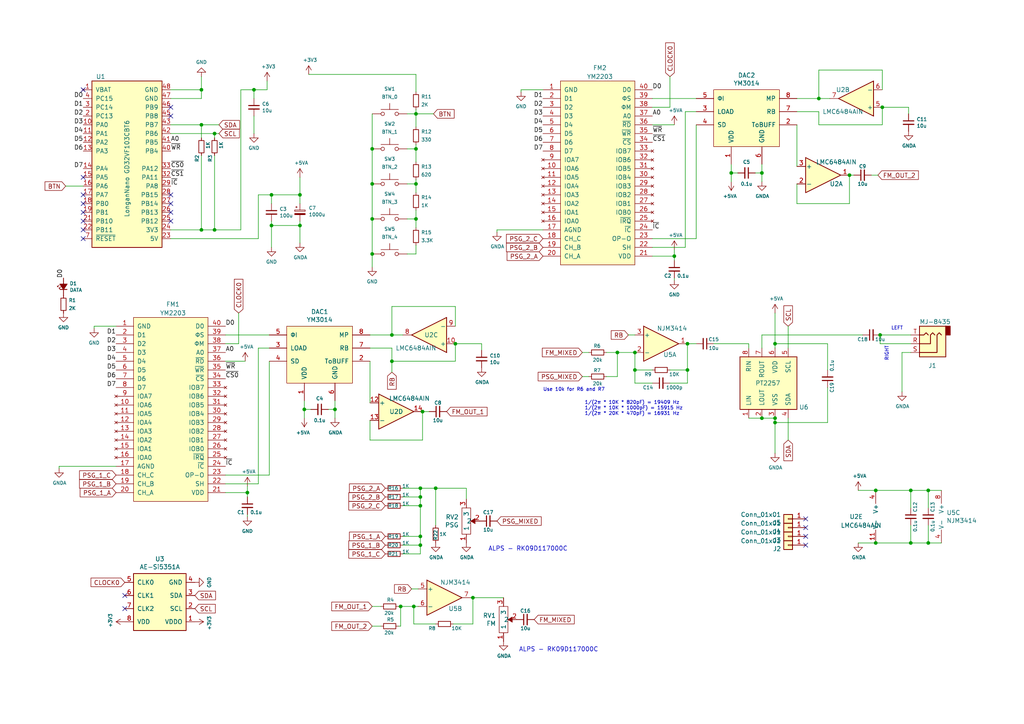
<source format=kicad_sch>
(kicad_sch (version 20230121) (generator eeschema)
  (paper "A4")
  (title_block (title "NanoDrive Dual YM2203") (company "Chimmido"))
  (junction (at 121.92 144.145))
  (junction (at 62.23 38.735))
  (junction (at 137.16 173.355))
  (junction (at 269.24 157.48))
  (junction (at 254 142.24))
  (junction (at 199.39 107.315))
  (junction (at 78.74 56.515))
  (junction (at 58.42 26.035))
  (junction (at 255.905 31.115))
  (junction (at 107.95 43.18))
  (junction (at 58.42 66.675))
  (junction (at 107.95 63.5))
  (junction (at 88.265 118.745))
  (junction (at 132.08 99.695))
  (junction (at 121.92 155.575))
  (junction (at 120.65 53.34))
  (junction (at 86.995 56.515))
  (junction (at 212.09 50.165))
  (junction (at 224.79 122.555))
  (junction (at 78.74 65.405))
  (junction (at 184.15 107.315))
  (junction (at 126.365 141.605))
  (junction (at 255.27 97.155))
  (junction (at 195.58 74.295))
  (junction (at 120.65 33.02))
  (junction (at 179.07 102.235))
  (junction (at 73.66 26.035))
  (junction (at 62.23 66.675))
  (junction (at 107.95 73.66))
  (junction (at 120.65 63.5))
  (junction (at 199.39 99.695))
  (junction (at 122.555 119.38))
  (junction (at 237.49 28.575))
  (junction (at 120.015 175.895))
  (junction (at 254 157.48))
  (junction (at 264.16 142.24))
  (junction (at 113.665 97.155))
  (junction (at 220.98 50.165))
  (junction (at 107.95 53.34))
  (junction (at 220.98 121.285))
  (junction (at 116.205 175.895))
  (junction (at 246.38 50.8))
  (junction (at 71.755 142.875))
  (junction (at 86.995 65.405))
  (junction (at 121.92 146.685))
  (junction (at 184.15 102.235))
  (junction (at 97.155 118.745))
  (junction (at 121.92 141.605))
  (junction (at 264.16 157.48))
  (junction (at 113.665 104.775))
  (junction (at 121.92 158.115))
  (junction (at 224.79 121.285))
  (junction (at 58.42 36.195))
  (junction (at 120.65 43.18))
  (junction (at 224.79 99.695))
  (junction (at 269.24 142.24))
  (no_connect (at 233.68 153.035))
  (no_connect (at 24.13 69.215))
  (no_connect (at 24.13 66.675))
  (no_connect (at 49.53 31.115))
  (no_connect (at 24.13 61.595))
  (no_connect (at 24.13 51.435))
  (no_connect (at 36.195 172.72))
  (no_connect (at 233.68 150.495))
  (no_connect (at 24.13 64.135))
  (no_connect (at 24.13 56.515))
  (no_connect (at 24.13 59.055))
  (no_connect (at 49.53 61.595))
  (no_connect (at 233.68 158.115))
  (no_connect (at 24.13 26.035))
  (no_connect (at 49.53 56.515))
  (no_connect (at 233.68 155.575))
  (no_connect (at 36.195 176.53))
  (no_connect (at 49.53 59.055))
  (no_connect (at 49.53 33.655))
  (no_connect (at 49.53 64.135))
  (wire (pts (xy 58.42 45.085) (xy 58.42 66.675)))
  (wire (pts (xy 264.16 102.235) (xy 261.62 102.235)))
  (wire (pts (xy 73.66 33.655) (xy 73.66 38.735)))
  (wire (pts (xy 120.015 180.975) (xy 120.015 175.895)))
  (wire (pts (xy 224.79 122.555) (xy 224.79 131.445)))
  (wire (pts (xy 220.98 52.705) (xy 220.98 50.165)))
  (wire (pts (xy 122.555 119.38) (xy 124.46 119.38)))
  (wire (pts (xy 113.665 104.775) (xy 132.08 104.775)))
  (wire (pts (xy 78.105 100.965) (xy 74.93 100.965)))
  (wire (pts (xy 86.995 51.435) (xy 86.995 56.515)))
  (wire (pts (xy 220.98 50.165) (xy 219.075 50.165)))
  (wire (pts (xy 228.6 100.965) (xy 228.6 94.615)))
  (wire (pts (xy 107.95 33.02) (xy 107.95 43.18)))
  (wire (pts (xy 116.84 144.145) (xy 121.92 144.145)))
  (wire (pts (xy 220.98 121.285) (xy 224.79 121.285)))
  (wire (pts (xy 269.24 147.32) (xy 269.24 142.24)))
  (wire (pts (xy 58.42 22.225) (xy 58.42 26.035)))
  (wire (pts (xy 184.15 107.315) (xy 184.15 111.125)))
  (wire (pts (xy 78.74 59.055) (xy 78.74 56.515)))
  (wire (pts (xy 107.95 181.61) (xy 110.49 181.61)))
  (wire (pts (xy 261.62 102.235) (xy 261.62 113.665)))
  (wire (pts (xy 107.95 53.34) (xy 107.95 63.5)))
  (wire (pts (xy 139.7 99.695) (xy 139.7 101.6)))
  (wire (pts (xy 199.39 107.315) (xy 194.31 107.315)))
  (wire (pts (xy 220.98 50.165) (xy 220.98 47.625)))
  (wire (pts (xy 255.27 99.695) (xy 264.16 99.695)))
  (wire (pts (xy 213.995 50.165) (xy 212.09 50.165)))
  (wire (pts (xy 120.65 36.83) (xy 120.65 33.02)))
  (wire (pts (xy 97.155 121.285) (xy 97.155 118.745)))
  (wire (pts (xy 120.65 63.5) (xy 120.65 66.04)))
  (wire (pts (xy 120.65 31.75) (xy 120.65 33.02)))
  (wire (pts (xy 237.49 20.32) (xy 255.905 20.32)))
  (wire (pts (xy 231.14 32.385) (xy 237.49 32.385)))
  (wire (pts (xy 237.49 28.575) (xy 240.665 28.575)))
  (wire (pts (xy 269.24 152.4) (xy 269.24 157.48)))
  (wire (pts (xy 121.92 144.145) (xy 121.92 146.685)))
  (wire (pts (xy 121.92 160.655) (xy 116.84 160.655)))
  (wire (pts (xy 132.08 88.9) (xy 132.08 94.615)))
  (wire (pts (xy 86.995 56.515) (xy 86.995 59.055)))
  (wire (pts (xy 58.42 26.035) (xy 58.42 28.575)))
  (wire (pts (xy 62.23 40.005) (xy 62.23 38.735)))
  (wire (pts (xy 120.65 63.5) (xy 118.11 63.5)))
  (wire (pts (xy 184.15 97.155) (xy 182.245 97.155)))
  (wire (pts (xy 231.14 36.195) (xy 231.14 48.26)))
  (wire (pts (xy 194.31 111.125) (xy 199.39 111.125)))
  (wire (pts (xy 189.23 28.575) (xy 201.93 28.575)))
  (wire (pts (xy 88.265 116.205) (xy 88.265 118.745)))
  (wire (pts (xy 247.65 50.8) (xy 246.38 50.8)))
  (wire (pts (xy 58.42 66.675) (xy 62.23 66.675)))
  (wire (pts (xy 273.05 142.24) (xy 269.24 142.24)))
  (wire (pts (xy 170.815 102.235) (xy 168.91 102.235)))
  (wire (pts (xy 231.14 28.575) (xy 237.49 28.575)))
  (wire (pts (xy 237.49 36.195) (xy 255.905 36.195)))
  (wire (pts (xy 69.215 99.695) (xy 65.405 99.695)))
  (wire (pts (xy 170.815 109.22) (xy 168.91 109.22)))
  (wire (pts (xy 49.53 28.575) (xy 58.42 28.575)))
  (wire (pts (xy 19.05 53.975) (xy 24.13 53.975)))
  (wire (pts (xy 120.65 41.91) (xy 120.65 43.18)))
  (wire (pts (xy 120.65 71.12) (xy 120.65 73.66)))
  (wire (pts (xy 264.16 97.155) (xy 255.27 97.155)))
  (wire (pts (xy 195.58 75.565) (xy 195.58 74.295)))
  (wire (pts (xy 121.92 158.115) (xy 121.92 160.655)))
  (wire (pts (xy 246.38 59.055) (xy 231.14 59.055)))
  (wire (pts (xy 49.53 38.735) (xy 62.23 38.735)))
  (wire (pts (xy 90.17 118.745) (xy 88.265 118.745)))
  (wire (pts (xy 195.58 80.645) (xy 195.58 81.28)))
  (wire (pts (xy 78.74 65.405) (xy 78.74 71.755)))
  (wire (pts (xy 198.755 32.385) (xy 198.755 71.755)))
  (wire (pts (xy 228.6 121.285) (xy 228.6 127.635)))
  (wire (pts (xy 179.07 109.22) (xy 179.07 102.235)))
  (wire (pts (xy 113.665 100.965) (xy 113.665 104.775)))
  (wire (pts (xy 116.205 181.61) (xy 115.57 181.61)))
  (wire (pts (xy 62.23 66.675) (xy 69.85 66.675)))
  (wire (pts (xy 189.23 74.295) (xy 195.58 74.295)))
  (wire (pts (xy 120.65 43.18) (xy 120.65 46.99)))
  (wire (pts (xy 120.65 53.34) (xy 120.65 55.88)))
  (wire (pts (xy 207.01 99.695) (xy 217.17 99.695)))
  (wire (pts (xy 137.16 173.355) (xy 137.16 180.975)))
  (wire (pts (xy 107.315 127.635) (xy 107.315 121.92)))
  (wire (pts (xy 255.905 31.115) (xy 263.525 31.115)))
  (wire (pts (xy 120.65 21.59) (xy 120.65 26.67)))
  (wire (pts (xy 194.31 31.115) (xy 189.23 31.115)))
  (wire (pts (xy 62.23 45.085) (xy 62.23 66.675)))
  (wire (pts (xy 264.16 157.48) (xy 264.16 152.4)))
  (wire (pts (xy 120.65 53.34) (xy 118.11 53.34)))
  (wire (pts (xy 240.03 122.555) (xy 240.03 112.395)))
  (wire (pts (xy 73.66 26.035) (xy 73.66 28.575)))
  (wire (pts (xy 78.74 64.135) (xy 78.74 65.405)))
  (wire (pts (xy 122.555 119.38) (xy 122.555 127.635)))
  (wire (pts (xy 121.92 155.575) (xy 121.92 146.685)))
  (wire (pts (xy 189.23 69.215) (xy 201.93 69.215)))
  (wire (pts (xy 78.74 56.515) (xy 74.93 56.515)))
  (wire (pts (xy 179.07 109.22) (xy 175.895 109.22)))
  (wire (pts (xy 240.03 99.695) (xy 240.03 107.315)))
  (wire (pts (xy 255.905 36.195) (xy 255.905 31.115)))
  (wire (pts (xy 224.79 121.285) (xy 224.79 122.555)))
  (wire (pts (xy 86.995 65.405) (xy 78.74 65.405)))
  (wire (pts (xy 224.79 99.695) (xy 224.79 90.805)))
  (wire (pts (xy 137.16 173.355) (xy 136.525 173.355)))
  (wire (pts (xy 252.73 50.8) (xy 254.635 50.8)))
  (wire (pts (xy 116.205 175.895) (xy 115.57 175.895)))
  (wire (pts (xy 224.79 99.695) (xy 240.03 99.695)))
  (wire (pts (xy 120.65 33.02) (xy 125.73 33.02)))
  (wire (pts (xy 246.38 50.8) (xy 246.38 59.055)))
  (wire (pts (xy 88.265 118.745) (xy 88.265 121.285)))
  (wire (pts (xy 120.65 33.02) (xy 118.11 33.02)))
  (wire (pts (xy 224.79 122.555) (xy 240.03 122.555)))
  (wire (pts (xy 107.95 63.5) (xy 107.95 73.66)))
  (wire (pts (xy 65.405 97.155) (xy 78.105 97.155)))
  (wire (pts (xy 132.08 99.695) (xy 139.7 99.695)))
  (wire (pts (xy 49.53 36.195) (xy 58.42 36.195)))
  (wire (pts (xy 189.23 107.315) (xy 184.15 107.315)))
  (wire (pts (xy 120.015 175.895) (xy 121.285 175.895)))
  (wire (pts (xy 121.285 170.815) (xy 119.38 170.815)))
  (wire (pts (xy 121.92 144.145) (xy 121.92 141.605)))
  (wire (pts (xy 69.85 26.035) (xy 69.85 66.675)))
  (wire (pts (xy 17.145 135.89) (xy 17.145 135.255)))
  (wire (pts (xy 157.48 26.035) (xy 151.13 26.035)))
  (wire (pts (xy 69.85 26.035) (xy 73.66 26.035)))
  (wire (pts (xy 194.31 31.115) (xy 194.31 22.225)))
  (wire (pts (xy 110.49 175.895) (xy 107.95 175.895)))
  (wire (pts (xy 231.14 59.055) (xy 231.14 53.34)))
  (wire (pts (xy 58.42 36.195) (xy 58.42 40.005)))
  (wire (pts (xy 179.07 102.235) (xy 184.15 102.235)))
  (wire (pts (xy 97.155 118.745) (xy 95.25 118.745)))
  (wire (pts (xy 113.665 97.155) (xy 116.84 97.155)))
  (wire (pts (xy 250.19 97.155) (xy 220.98 97.155)))
  (wire (pts (xy 113.665 88.9) (xy 132.08 88.9)))
  (wire (pts (xy 113.665 104.775) (xy 113.665 107.95)))
  (wire (pts (xy 120.65 60.96) (xy 120.65 63.5)))
  (wire (pts (xy 65.405 104.775) (xy 71.12 104.775)))
  (wire (pts (xy 199.39 99.695) (xy 201.93 99.695)))
  (wire (pts (xy 126.365 141.605) (xy 126.365 152.4)))
  (wire (pts (xy 71.755 142.875) (xy 71.755 140.97)))
  (wire (pts (xy 89.535 21.59) (xy 120.65 21.59)))
  (wire (pts (xy 144.145 66.675) (xy 157.48 66.675)))
  (wire (pts (xy 107.315 104.775) (xy 107.315 116.84)))
  (wire (pts (xy 116.205 175.895) (xy 120.015 175.895)))
  (wire (pts (xy 78.105 137.795) (xy 78.105 104.775)))
  (wire (pts (xy 58.42 36.195) (xy 63.5 36.195)))
  (wire (pts (xy 121.92 141.605) (xy 126.365 141.605)))
  (wire (pts (xy 65.405 137.795) (xy 78.105 137.795)))
  (wire (pts (xy 184.15 111.125) (xy 189.23 111.125)))
  (wire (pts (xy 237.49 32.385) (xy 237.49 36.195)))
  (wire (pts (xy 254 157.48) (xy 264.16 157.48)))
  (wire (pts (xy 49.53 69.215) (xy 74.93 69.215)))
  (wire (pts (xy 224.79 100.965) (xy 224.79 99.695)))
  (wire (pts (xy 126.365 141.605) (xy 135.255 141.605)))
  (wire (pts (xy 71.755 144.145) (xy 71.755 142.875)))
  (wire (pts (xy 189.23 36.195) (xy 195.58 36.195)))
  (wire (pts (xy 254 142.24) (xy 264.16 142.24)))
  (wire (pts (xy 77.47 23.495) (xy 77.47 26.035)))
  (wire (pts (xy 132.08 104.775) (xy 132.08 99.695)))
  (wire (pts (xy 217.17 100.965) (xy 217.17 99.695)))
  (wire (pts (xy 107.95 73.66) (xy 107.95 77.47)))
  (wire (pts (xy 17.145 135.255) (xy 33.655 135.255)))
  (wire (pts (xy 220.98 97.155) (xy 220.98 100.965)))
  (wire (pts (xy 198.755 71.755) (xy 189.23 71.755)))
  (wire (pts (xy 120.65 43.18) (xy 118.11 43.18)))
  (wire (pts (xy 264.16 157.48) (xy 269.24 157.48)))
  (wire (pts (xy 74.93 56.515) (xy 74.93 69.215)))
  (wire (pts (xy 121.92 146.685) (xy 116.84 146.685)))
  (wire (pts (xy 237.49 28.575) (xy 237.49 20.32)))
  (wire (pts (xy 97.155 118.745) (xy 97.155 116.205)))
  (wire (pts (xy 199.39 99.695) (xy 199.39 107.315)))
  (wire (pts (xy 120.65 52.07) (xy 120.65 53.34)))
  (wire (pts (xy 122.555 127.635) (xy 107.315 127.635)))
  (wire (pts (xy 86.995 64.135) (xy 86.995 65.405)))
  (wire (pts (xy 113.665 97.155) (xy 113.665 88.9)))
  (wire (pts (xy 116.84 155.575) (xy 121.92 155.575)))
  (wire (pts (xy 73.66 26.035) (xy 77.47 26.035)))
  (wire (pts (xy 199.39 111.125) (xy 199.39 107.315)))
  (wire (pts (xy 116.205 175.895) (xy 116.205 181.61)))
  (wire (pts (xy 248.92 142.24) (xy 254 142.24)))
  (wire (pts (xy 49.53 66.675) (xy 58.42 66.675)))
  (wire (pts (xy 195.58 74.295) (xy 195.58 72.39)))
  (wire (pts (xy 27.305 94.615) (xy 27.305 95.25)))
  (wire (pts (xy 107.95 43.18) (xy 107.95 53.34)))
  (wire (pts (xy 269.24 157.48) (xy 273.05 157.48)))
  (wire (pts (xy 269.24 142.24) (xy 264.16 142.24)))
  (wire (pts (xy 120.65 73.66) (xy 118.11 73.66)))
  (wire (pts (xy 74.93 140.335) (xy 65.405 140.335)))
  (wire (pts (xy 116.84 141.605) (xy 121.92 141.605)))
  (wire (pts (xy 201.93 32.385) (xy 198.755 32.385)))
  (wire (pts (xy 74.93 100.965) (xy 74.93 140.335)))
  (wire (pts (xy 107.315 100.965) (xy 113.665 100.965)))
  (wire (pts (xy 126.365 180.975) (xy 120.015 180.975)))
  (wire (pts (xy 212.09 50.165) (xy 212.09 52.705)))
  (wire (pts (xy 184.15 107.315) (xy 184.15 102.235)))
  (wire (pts (xy 62.23 38.735) (xy 63.5 38.735)))
  (wire (pts (xy 217.17 121.285) (xy 220.98 121.285)))
  (wire (pts (xy 212.09 47.625) (xy 212.09 50.165)))
  (wire (pts (xy 78.74 56.515) (xy 86.995 56.515)))
  (wire (pts (xy 49.53 26.035) (xy 58.42 26.035)))
  (wire (pts (xy 107.315 97.155) (xy 113.665 97.155)))
  (wire (pts (xy 151.13 26.035) (xy 151.13 26.67)))
  (wire (pts (xy 201.93 69.215) (xy 201.93 36.195)))
  (wire (pts (xy 135.255 141.605) (xy 135.255 144.78)))
  (wire (pts (xy 121.92 155.575) (xy 121.92 158.115)))
  (wire (pts (xy 65.405 142.875) (xy 71.755 142.875)))
  (wire (pts (xy 71.755 149.225) (xy 71.755 149.86)))
  (wire (pts (xy 69.215 99.695) (xy 69.215 90.805)))
  (wire (pts (xy 33.655 94.615) (xy 27.305 94.615)))
  (wire (pts (xy 248.92 157.48) (xy 254 157.48)))
  (wire (pts (xy 175.895 102.235) (xy 179.07 102.235)))
  (wire (pts (xy 255.27 97.155) (xy 255.27 99.695)))
  (wire (pts (xy 263.525 31.115) (xy 263.525 33.02)))
  (wire (pts (xy 86.995 65.405) (xy 86.995 70.485)))
  (wire (pts (xy 137.16 180.975) (xy 131.445 180.975)))
  (wire (pts (xy 137.16 173.355) (xy 146.05 173.355)))
  (wire (pts (xy 264.16 142.24) (xy 264.16 147.32)))
  (wire (pts (xy 255.905 20.32) (xy 255.905 26.035)))
  (wire (pts (xy 144.145 67.31) (xy 144.145 66.675)))
  (wire (pts (xy 116.84 158.115) (xy 121.92 158.115)))
  (text "ALPS - RK09D117000C" (at 150.495 189.23 0) (effects (font (size 1.27 1.27)) (justify left bottom)))
  (text "ALPS - RK09D117000C" (at 141.605 160.02 0) (effects (font (size 1.27 1.27)) (justify left bottom)))
  (text "LEFT" (at 258.445 95.885 0) (effects (font (size 0.9906 0.9906)) (justify left bottom)))
  (text "1/(2π * 10K * 820pF) = 19409 Hz\n1/(2π * 10K * 1000pF) = 15915 Hz\n1/(2π * 20K * 470pF) = 16931 Hz" (at 169.545 120.65 0) (effects (font (size 0.9906 0.9906)) (justify left bottom)))
  (text "Use 10k for R6 and R7" (at 157.48 113.665 0) (effects (font (size 0.9906 0.9906)) (justify left bottom)))
  (text "RIGHT" (at 257.81 104.775 90) (effects (font (size 0.9906 0.9906)) (justify left bottom)))
  (label "D7" (at 24.13 48.895 180))
  (label "D0" (at 18.415 80.645 90))
  (label "~{WR}" (at 49.53 43.815 0))
  (label "D2" (at 157.48 31.115 180))
  (label "D0" (at 189.23 26.035 0))
  (label "D0" (at 24.13 28.575 180))
  (label "D1" (at 157.48 28.575 180))
  (label "D0" (at 65.405 94.615 0))
  (label "D5" (at 24.13 41.275 180))
  (label "D5" (at 33.655 107.315 180))
  (label "~{CS0}" (at 49.53 48.895 0))
  (label "~{WR}" (at 189.23 38.735 0))
  (label "D6" (at 33.655 109.855 180))
  (label "~{IC}" (at 49.53 53.975 0))
  (label "~{WR}" (at 65.405 107.315 0))
  (label "D1" (at 24.13 31.115 180))
  (label "D3" (at 24.13 36.195 180))
  (label "D2" (at 33.655 99.695 180))
  (label "D7" (at 33.655 112.395 180))
  (label "D4" (at 24.13 38.735 180))
  (label "D3" (at 33.655 102.235 180))
  (label "A0" (at 65.405 102.235 0))
  (label "A0" (at 189.23 33.655 0))
  (label "~{CS0}" (at 65.405 109.855 0))
  (label "D4" (at 33.655 104.775 180))
  (label "D3" (at 157.48 33.655 180))
  (label "~{IC}" (at 189.23 66.675 0))
  (label "~{IC}" (at 65.405 135.255 0))
  (label "D6" (at 157.48 41.275 180))
  (label "~{CS1}" (at 189.23 41.275 0))
  (label "D4" (at 157.48 36.195 180))
  (label "A0" (at 49.53 41.275 0))
  (label "D6" (at 24.13 43.815 180))
  (label "D5" (at 157.48 38.735 180))
  (label "D2" (at 24.13 33.655 180))
  (label "D1" (at 33.655 97.155 180))
  (label "~{CS1}" (at 49.53 51.435 0))
  (label "D7" (at 157.48 43.815 180))
  (global_label "PSG_MIXED" (shape input) (at 144.145 151.13 0) (property "Intersheetrefs" "${INTERSHEET_REFS}" (effects hide)))
  (global_label "CLOCK0" (shape input) (at 69.215 90.805 90) (property "Intersheetrefs" "${INTERSHEET_REFS}" (effects hide)))
  (global_label "SDA" (shape input) (at 56.515 172.72 0) (property "Intersheetrefs" "${INTERSHEET_REFS}" (effects hide)))
  (global_label "RB" (shape input) (at 182.245 97.155 180) (property "Intersheetrefs" "${INTERSHEET_REFS}" (effects hide)))
  (global_label "PSG_2_C" (shape input) (at 111.76 146.685 180) (property "Intersheetrefs" "${INTERSHEET_REFS}" (effects hide)))
  (global_label "CLOCK0" (shape input) (at 36.195 168.91 180) (property "Intersheetrefs" "${INTERSHEET_REFS}" (effects hide)))
  (global_label "BTN" (shape input) (at 125.73 33.02 0) (property "Intersheetrefs" "${INTERSHEET_REFS}" (effects hide)))
  (global_label "FM_OUT_1" (shape input) (at 107.95 175.895 180) (property "Intersheetrefs" "${INTERSHEET_REFS}" (effects hide)))
  (global_label "RB" (shape input) (at 113.665 107.95 270) (property "Intersheetrefs" "${INTERSHEET_REFS}" (effects hide)))
  (global_label "PSG_1_C" (shape input) (at 111.76 160.655 180) (property "Intersheetrefs" "${INTERSHEET_REFS}" (effects hide)))
  (global_label "PSG_2_B" (shape input) (at 111.76 144.145 180) (property "Intersheetrefs" "${INTERSHEET_REFS}" (effects hide)))
  (global_label "PSG_MIXED" (shape input) (at 168.91 109.22 180) (property "Intersheetrefs" "${INTERSHEET_REFS}" (effects hide)))
  (global_label "SDA" (shape input) (at 63.5 36.195 0) (property "Intersheetrefs" "${INTERSHEET_REFS}" (effects hide)))
  (global_label "PSG_2_A" (shape input) (at 157.48 74.295 180) (property "Intersheetrefs" "${INTERSHEET_REFS}" (effects hide)))
  (global_label "RB" (shape input) (at 119.38 170.815 180) (property "Intersheetrefs" "${INTERSHEET_REFS}" (effects hide)))
  (global_label "CLOCK0" (shape input) (at 194.31 22.225 90) (property "Intersheetrefs" "${INTERSHEET_REFS}" (effects hide)))
  (global_label "PSG_2_A" (shape input) (at 111.76 141.605 180) (property "Intersheetrefs" "${INTERSHEET_REFS}" (effects hide)))
  (global_label "PSG_2_B" (shape input) (at 157.48 71.755 180) (property "Intersheetrefs" "${INTERSHEET_REFS}" (effects hide)))
  (global_label "PSG_1_B" (shape input) (at 111.76 158.115 180) (property "Intersheetrefs" "${INTERSHEET_REFS}" (effects hide)))
  (global_label "FM_OUT_2" (shape input) (at 254.635 50.8 0) (property "Intersheetrefs" "${INTERSHEET_REFS}" (effects hide)))
  (global_label "FM_OUT_2" (shape input) (at 107.95 181.61 180) (property "Intersheetrefs" "${INTERSHEET_REFS}" (effects hide)))
  (global_label "FM_MIXED" (shape input) (at 154.94 179.705 0) (property "Intersheetrefs" "${INTERSHEET_REFS}" (effects hide)))
  (global_label "PSG_1_C" (shape input) (at 33.655 137.795 180) (property "Intersheetrefs" "${INTERSHEET_REFS}" (effects hide)))
  (global_label "FM_MIXED" (shape input) (at 168.91 102.235 180) (property "Intersheetrefs" "${INTERSHEET_REFS}" (effects hide)))
  (global_label "BTN" (shape input) (at 19.05 53.975 180) (property "Intersheetrefs" "${INTERSHEET_REFS}" (effects hide)))
  (global_label "SCL" (shape input) (at 56.515 176.53 0) (property "Intersheetrefs" "${INTERSHEET_REFS}" (effects hide)))
  (global_label "SDA" (shape input) (at 228.6 127.635 270) (property "Intersheetrefs" "${INTERSHEET_REFS}" (effects hide)))
  (global_label "SCL" (shape input) (at 228.6 94.615 90) (property "Intersheetrefs" "${INTERSHEET_REFS}" (effects hide)))
  (global_label "FM_OUT_1" (shape input) (at 129.54 119.38 0) (property "Intersheetrefs" "${INTERSHEET_REFS}" (effects hide)))
  (global_label "SCL" (shape input) (at 63.5 38.735 0) (property "Intersheetrefs" "${INTERSHEET_REFS}" (effects hide)))
  (global_label "PSG_1_A" (shape input) (at 111.76 155.575 180) (property "Intersheetrefs" "${INTERSHEET_REFS}" (effects hide)))
  (global_label "PSG_1_B" (shape input) (at 33.655 140.335 180) (property "Intersheetrefs" "${INTERSHEET_REFS}" (effects hide)))
  (global_label "PSG_1_A" (shape input) (at 33.655 142.875 180) (property "Intersheetrefs" "${INTERSHEET_REFS}" (effects hide)))
  (global_label "PSG_2_C" (shape input) (at 157.48 69.215 180) (property "Intersheetrefs" "${INTERSHEET_REFS}" (effects hide)))
  (symbol (lib_id "Switch:SW_Push") (at 113.03 33.02 0) (unit 1)
    (property "Reference" "SW1" (at 113.03 25.781 0) (effects (font (size 0.9906 0.9906))))
    (property "Value" "BTN_0" (at 113.03 28.0924 0) (effects (font (size 0.9906 0.9906))))
    (property "Footprint" "Button_Switch_THT:SW_PUSH_6mm_H4.3mm" (effects hide))
  )
  (symbol (lib_id "Switch:SW_Push") (at 113.03 43.18 0) (unit 1)
    (property "Reference" "SW2" (at 113.03 35.941 0) (effects (font (size 0.9906 0.9906))))
    (property "Value" "BTN_1" (at 113.03 38.2524 0) (effects (font (size 0.9906 0.9906))))
    (property "Footprint" "Button_Switch_THT:SW_PUSH_6mm_H4.3mm" (effects hide))
  )
  (symbol (lib_id "Switch:SW_Push") (at 113.03 53.34 0) (unit 1)
    (property "Reference" "SW3" (at 113.03 46.101 0) (effects (font (size 0.9906 0.9906))))
    (property "Value" "BTN_2" (at 113.03 48.4124 0) (effects (font (size 0.9906 0.9906))))
    (property "Footprint" "Button_Switch_THT:SW_PUSH_6mm_H4.3mm" (effects hide))
  )
  (symbol (lib_id "Switch:SW_Push") (at 113.03 63.5 0) (unit 1)
    (property "Reference" "SW4" (at 113.03 56.261 0) (effects (font (size 0.9906 0.9906))))
    (property "Value" "BTN_3" (at 113.03 58.5724 0) (effects (font (size 0.9906 0.9906))))
    (property "Footprint" "Button_Switch_THT:SW_PUSH_6mm_H4.3mm" (effects hide))
  )
  (symbol (lib_id "Switch:SW_Push") (at 113.03 73.66 0) (unit 1)
    (property "Reference" "SW5" (at 113.03 66.421 0) (effects (font (size 0.9906 0.9906))))
    (property "Value" "BTN_4" (at 113.03 68.7324 0) (effects (font (size 0.9906 0.9906))))
    (property "Footprint" "Button_Switch_THT:SW_PUSH_6mm_H4.3mm" (effects hide))
  )
  (symbol (lib_id "Device:R_Small") (at 120.65 29.21 0) (unit 1)
    (property "Reference" "R11" (at 122.1486 28.0416 0) (effects (font (size 0.9906 0.9906)) (justify left)))
    (property "Value" "2K" (at 122.1486 30.353 0) (effects (font (size 0.9906 0.9906)) (justify left)))
    (property "Footprint" "Resistor_THT:R_Axial_DIN0207_L6.3mm_D2.5mm_P7.62mm_Horizontal" (effects hide))
  )
  (symbol (lib_id "LonganVGM-rescue:LonganNano-MCU_Module-LonganVGM-rescue") (at 36.83 46.355 0) (unit 1)
    (property "Reference" "U1" (at 29.21 22.225 0))
    (property "Value" "LonganNano GD32VF103CBT6" (at 36.83 48.895 90))
    (property "Footprint" "基板:LonganNano" (effects hide))
  )
  (symbol (lib_id "Device:R_Small") (at 120.65 39.37 0) (unit 1)
    (property "Reference" "R12" (at 122.1486 38.2016 0) (effects (font (size 0.9906 0.9906)) (justify left)))
    (property "Value" "330" (at 122.1486 40.513 0) (effects (font (size 0.9906 0.9906)) (justify left)))
    (property "Footprint" "Resistor_THT:R_Axial_DIN0207_L6.3mm_D2.5mm_P7.62mm_Horizontal" (effects hide))
  )
  (symbol (lib_id "Device:R_Small") (at 120.65 49.53 0) (unit 1)
    (property "Reference" "R13" (at 122.1486 48.3616 0) (effects (font (size 0.9906 0.9906)) (justify left)))
    (property "Value" "620" (at 122.1486 50.673 0) (effects (font (size 0.9906 0.9906)) (justify left)))
    (property "Footprint" "Resistor_THT:R_Axial_DIN0207_L6.3mm_D2.5mm_P7.62mm_Horizontal" (effects hide))
  )
  (symbol (lib_id "Device:R_Small") (at 120.65 58.42 0) (unit 1)
    (property "Reference" "R14" (at 122.1486 57.2516 0) (effects (font (size 0.9906 0.9906)) (justify left)))
    (property "Value" "1K" (at 122.1486 59.563 0) (effects (font (size 0.9906 0.9906)) (justify left)))
    (property "Footprint" "Resistor_THT:R_Axial_DIN0207_L6.3mm_D2.5mm_P7.62mm_Horizontal" (effects hide))
  )
  (symbol (lib_id "Device:R_Small") (at 120.65 68.58 0) (unit 1)
    (property "Reference" "R15" (at 122.1486 67.4116 0) (effects (font (size 0.9906 0.9906)) (justify left)))
    (property "Value" "3.3K" (at 122.1486 69.723 0) (effects (font (size 0.9906 0.9906)) (justify left)))
    (property "Footprint" "Resistor_THT:R_Axial_DIN0207_L6.3mm_D2.5mm_P7.62mm_Horizontal" (effects hide))
  )
  (symbol (lib_id "power:GND") (at 58.42 22.225 180) (unit 1)
    (property "Reference" "#PWR06" (effects hide))
    (property "Value" "GND" (at 58.42 18.034 0) (effects (font (size 0.9906 0.9906))))
  )
  (symbol (lib_id "power:GND") (at 73.66 38.735 0) (unit 1)
    (property "Reference" "#PWR019" (effects hide))
    (property "Value" "GND" (at 73.66 42.926 0) (effects (font (size 0.9906 0.9906))))
  )
  (symbol (lib_id "LonganVGM-rescue:PT2257-シンボルライブラリ") (at 223.52 111.125 90) (unit 1)
    (property "Reference" "U6" (at 231.775 118.11 90) (effects (justify right)))
    (property "Value" "PT2257" (at 219.075 111.125 90) (effects (justify right)))
    (property "Footprint" "Package_DIP:DIP-8_W7.62mm_Socket" (effects hide))
  )
  (symbol (lib_id "Device:C_Small") (at 204.47 99.695 270) (unit 1)
    (property "Reference" "C15" (at 207.01 98.425 90) (effects (font (size 0.9906 0.9906))))
    (property "Value" "10u" (at 207.01 100.965 90) (effects (font (size 0.9906 0.9906))))
    (property "Footprint" "Capacitor_THT:CP_Radial_D5.0mm_P2.00mm" (effects hide))
  )
  (symbol (lib_id "Amplifier_Operational:LMC6484") (at 124.46 97.155 180) (unit 3)
    (property "Reference" "U2" (at 125.095 97.155 0))
    (property "Value" "LMC6484AIN" (at 120.65 100.965 0))
    (property "Footprint" "Package_DIP:DIP-14_W7.62mm_Socket" (effects hide))
    (property "Datasheet" "http://www.ti.com/lit/ds/symlink/lmc6484.pdf" (effects hide))
  )
  (symbol (lib_id "Amplifier_Operational:LMC6484") (at 114.935 119.38 0) (unit 4)
    (property "Reference" "U2" (at 114.935 119.38 0))
    (property "Value" "LMC6484AIN" (at 118.745 115.57 0))
    (property "Footprint" "Package_DIP:DIP-14_W7.62mm_Socket" (effects hide))
    (property "Datasheet" "http://www.ti.com/lit/ds/symlink/lmc6484.pdf" (effects hide))
  )
  (symbol (lib_id "Amplifier_Operational:LMC6484") (at 256.54 149.86 0) (unit 5)
    (property "Reference" "U2" (at 246.38 149.86 0) (effects (justify left)))
    (property "Value" "LMC6484AIN" (at 243.84 152.4 0) (effects (justify left)))
    (property "Footprint" "Package_DIP:DIP-14_W7.62mm_Socket" (effects hide))
    (property "Datasheet" "http://www.ti.com/lit/ds/symlink/lmc6484.pdf" (effects hide))
  )
  (symbol (lib_id "Device:C_Small") (at 252.73 97.155 90) (unit 1)
    (property "Reference" "C18" (at 250.19 98.425 90) (effects (font (size 0.9906 0.9906))))
    (property "Value" "10u" (at 255.27 98.425 90) (effects (font (size 0.9906 0.9906))))
    (property "Footprint" "Capacitor_THT:CP_Radial_D5.0mm_P2.00mm" (effects hide))
  )
  (symbol (lib_id "Amplifier_Operational:LMC6484") (at 238.76 50.8 0) (unit 1)
    (property "Reference" "U2" (at 242.57 53.34 0))
    (property "Value" "LMC6484AIN" (at 242.57 46.99 0))
    (property "Footprint" "Package_DIP:DIP-14_W7.62mm_Socket" (effects hide))
    (property "Datasheet" "http://www.ti.com/lit/ds/symlink/lmc6484.pdf" (effects hide))
  )
  (symbol (lib_id "Amplifier_Operational:LMC6484") (at 248.285 28.575 180) (unit 2)
    (property "Reference" "U2" (at 244.475 26.035 0))
    (property "Value" "LMC6484AIN" (at 244.475 32.385 0))
    (property "Footprint" "Package_DIP:DIP-14_W7.62mm_Socket" (effects hide))
    (property "Datasheet" "http://www.ti.com/lit/ds/symlink/lmc6484.pdf" (effects hide))
  )
  (symbol (lib_id "Device:C_Small") (at 240.03 109.855 180) (unit 1)
    (property "Reference" "C19" (at 241.3 112.395 90) (effects (font (size 0.9906 0.9906))))
    (property "Value" "0.1u" (at 241.3 106.045 90) (effects (font (size 0.9906 0.9906))))
    (property "Footprint" "Capacitor_THT:C_Disc_D4.3mm_W1.9mm_P5.00mm" (effects hide))
  )
  (symbol (lib_id "Device:R_Small") (at 191.77 107.315 270) (unit 1)
    (property "Reference" "R9" (at 187.96 108.585 90) (effects (font (size 0.9906 0.9906))))
    (property "Value" "10K" (at 195.58 108.585 90) (effects (font (size 0.9906 0.9906))))
    (property "Footprint" "Resistor_THT:R_Axial_DIN0207_L6.3mm_D2.5mm_P7.62mm_Horizontal" (effects hide))
  )
  (symbol (lib_id "Device:C_Small") (at 191.77 111.125 90) (unit 1)
    (property "Reference" "C14" (at 187.96 112.395 90) (effects (font (size 0.9906 0.9906))))
    (property "Value" "1000p" (at 195.58 112.395 90) (effects (font (size 0.9906 0.9906))))
    (property "Footprint" "Capacitor_THT:C_Disc_D4.3mm_W1.9mm_P5.00mm" (effects hide))
  )
  (symbol (lib_id "power:+5VA") (at 224.79 90.805 0) (unit 1)
    (property "Reference" "#PWR036" (effects hide))
    (property "Value" "+5VA" (at 225.171 86.614 0) (effects (font (size 0.9906 0.9906))))
  )
  (symbol (lib_id "power:GNDA") (at 224.79 131.445 0) (unit 1)
    (property "Reference" "#PWR037" (effects hide))
    (property "Value" "GNDA" (at 224.917 135.636 0) (effects (font (size 0.9906 0.9906))))
  )
  (symbol (lib_id "LonganVGM-rescue:YM3014-シンボルライブラリ") (at 93.345 102.235 0) (unit 1)
    (property "Reference" "DAC1" (at 92.71 90.424 0))
    (property "Value" "YM3014" (at 92.71 92.7354 0))
    (property "Footprint" "Package_DIP:DIP-8_W7.62mm_Socket" (effects hide))
  )
  (symbol (lib_id "Device:C_Small") (at 264.16 149.86 0) (unit 1)
    (property "Reference" "C12" (at 265.43 148.59 90) (effects (font (size 0.9906 0.9906)) (justify left)))
    (property "Value" "0.1u" (at 265.43 154.305 90) (effects (font (size 0.9906 0.9906)) (justify left)))
    (property "Footprint" "Capacitor_THT:C_Disc_D4.3mm_W1.9mm_P5.00mm" (effects hide))
  )
  (symbol (lib_id "LonganVGM-rescue:AudioJack3-Connector") (at 269.24 99.695 180) (unit 1)
    (property "Reference" "J1" (at 269.24 106.045 0) (effects (justify right)))
    (property "Value" "MJ-8435" (at 266.7 93.345 0) (effects (justify right)))
    (property "Footprint" "基板:MJ8435" (effects hide))
  )
  (symbol (lib_id "LonganVGM-rescue:YM2203-シンボルライブラリ") (at 50.165 120.015 0) (unit 1)
    (property "Reference" "FM1" (at 50.165 88.265 0))
    (property "Value" "YM2203" (at 50.165 90.805 0))
    (property "Footprint" "Package_DIP:DIP-40_W15.24mm_Socket" (effects hide))
  )
  (symbol (lib_id "LonganVGM-rescue:YM2203-シンボルライブラリ") (at 173.99 51.435 0) (unit 1)
    (property "Reference" "FM2" (at 173.99 19.685 0))
    (property "Value" "YM2203" (at 173.99 22.225 0))
    (property "Footprint" "Package_DIP:DIP-40_W15.24mm_Socket" (effects hide))
  )
  (symbol (lib_id "Device:C_Small") (at 263.525 35.56 0) (unit 1)
    (property "Reference" "C11" (at 265.8618 34.5948 0) (effects (font (size 0.9906 0.9906)) (justify left)))
    (property "Value" "10u" (at 265.8618 36.4998 0) (effects (font (size 0.9906 0.9906)) (justify left)))
    (property "Footprint" "Capacitor_THT:CP_Radial_D5.0mm_P2.00mm" (effects hide))
  )
  (symbol (lib_id "power:GNDA") (at 263.525 38.1 0) (unit 1)
    (property "Reference" "#PWR025" (effects hide))
    (property "Value" "GNDA" (at 263.652 42.291 0) (effects (font (size 0.9906 0.9906))))
  )
  (symbol (lib_id "power:GNDA") (at 220.98 52.705 0) (unit 1)
    (property "Reference" "#PWR018" (effects hide))
    (property "Value" "GNDA" (at 221.107 56.896 0) (effects (font (size 0.9906 0.9906))))
  )
  (symbol (lib_id "LonganVGM-rescue:YM3014-シンボルライブラリ") (at 217.17 33.655 0) (unit 1)
    (property "Reference" "DAC2" (at 216.535 21.844 0))
    (property "Value" "YM3014" (at 216.535 24.1554 0))
    (property "Footprint" "Package_DIP:DIP-8_W7.62mm_Socket" (effects hide))
  )
  (symbol (lib_id "power:+5VA") (at 212.09 52.705 180) (unit 1)
    (property "Reference" "#PWR014" (effects hide))
    (property "Value" "+5VA" (at 211.709 56.896 0) (effects (font (size 0.9906 0.9906))))
  )
  (symbol (lib_id "Device:C_Small") (at 216.535 50.165 270) (unit 1)
    (property "Reference" "C5" (at 216.535 46.99 90) (effects (font (size 0.9906 0.9906))))
    (property "Value" "0.1u" (at 216.535 53.34 90) (effects (font (size 0.9906 0.9906))))
    (property "Footprint" "Capacitor_THT:C_Disc_D4.3mm_W1.9mm_P5.00mm" (effects hide))
  )
  (symbol (lib_id "power:GND") (at 195.58 81.28 0) (unit 1)
    (property "Reference" "#PWR012" (effects hide))
    (property "Value" "GND" (at 195.58 85.471 0) (effects (font (size 0.9906 0.9906))))
  )
  (symbol (lib_id "Device:C_Small") (at 195.58 78.105 0) (unit 1)
    (property "Reference" "C2" (at 193.675 80.01 0) (effects (font (size 0.9906 0.9906))))
    (property "Value" "0.1u" (at 198.12 80.01 0) (effects (font (size 0.9906 0.9906))))
    (property "Footprint" "Capacitor_THT:C_Disc_D4.3mm_W1.9mm_P5.00mm" (effects hide))
  )
  (symbol (lib_id "LonganVGM-rescue:+3.3V-power") (at 36.195 180.34 90) (unit 1)
    (property "Reference" "#PWR023" (effects hide))
    (property "Value" "+3.3V" (at 32.004 179.959 0) (effects (font (size 0.9906 0.9906))))
  )
  (symbol (lib_id "LonganVGM-rescue:AE-Si5351A-Oscillator-LonganVGM-rescue") (at 46.355 154.94 0) (unit 1)
    (property "Reference" "U3" (at 46.355 162.1282 0))
    (property "Value" "AE-Si5351A" (at 46.355 164.4396 0))
    (property "Footprint" "Package_DIP:DIP-8_W7.62mm_Socket" (effects hide))
  )
  (symbol (lib_id "power:GND") (at 78.74 71.755 0) (unit 1)
    (property "Reference" "#PWR015" (effects hide))
    (property "Value" "GND" (at 78.74 75.946 0) (effects (font (size 0.9906 0.9906))))
  )
  (symbol (lib_id "Connector_Generic:Conn_01x01") (at 228.6 158.115 180) (unit 1)
    (property "Reference" "J2" (at 226.568 159.1818 0) (effects (justify left)))
    (property "Value" "Conn_01x01" (at 226.568 156.8704 0) (effects (justify left)))
    (property "Footprint" "基板:hole" (effects hide))
  )
  (symbol (lib_id "Connector_Generic:Conn_01x01") (at 228.6 155.575 180) (unit 1)
    (property "Reference" "J3" (at 226.568 156.6418 0) (effects (justify left)))
    (property "Value" "Conn_01x01" (at 226.568 154.3304 0) (effects (justify left)))
    (property "Footprint" "基板:hole" (effects hide))
  )
  (symbol (lib_id "LonganVGM-rescue:+3.3V-power") (at 77.47 23.495 0) (unit 1)
    (property "Reference" "#PWR022" (effects hide))
    (property "Value" "+3.3V" (at 77.851 19.304 0) (effects (font (size 0.9906 0.9906))))
  )
  (symbol (lib_id "Connector_Generic:Conn_01x01") (at 228.6 153.035 180) (unit 1)
    (property "Reference" "J4" (at 226.568 154.1018 0) (effects (justify left)))
    (property "Value" "Conn_01x01" (at 226.568 151.7904 0) (effects (justify left)))
    (property "Footprint" "基板:hole" (effects hide))
  )
  (symbol (lib_id "Connector_Generic:Conn_01x01") (at 228.6 150.495 180) (unit 1)
    (property "Reference" "J5" (at 226.568 151.5618 0) (effects (justify left)))
    (property "Value" "Conn_01x01" (at 226.568 149.2504 0) (effects (justify left)))
    (property "Footprint" "基板:hole" (effects hide))
  )
  (symbol (lib_id "Device:R_Small") (at 126.365 154.94 180) (unit 1)
    (property "Reference" "R22" (at 126.365 153.67 90) (effects (font (size 0.9906 0.9906)) (justify left)))
    (property "Value" "1K" (at 129.54 154.94 0) (effects (font (size 0.9906 0.9906)) (justify left)))
    (property "Footprint" "Resistor_THT:R_Axial_DIN0207_L6.3mm_D2.5mm_P7.62mm_Horizontal" (effects hide))
  )
  (symbol (lib_id "power:GNDA") (at 17.145 135.89 0) (unit 1)
    (property "Reference" "#PWR02" (effects hide))
    (property "Value" "GNDA" (at 17.272 140.081 0) (effects (font (size 0.9906 0.9906))))
  )
  (symbol (lib_id "power:GND") (at 27.305 95.25 0) (unit 1)
    (property "Reference" "#PWR04" (effects hide))
    (property "Value" "GND" (at 27.305 99.441 0) (effects (font (size 0.9906 0.9906))))
  )
  (symbol (lib_id "power:GNDA") (at 126.365 157.48 0) (unit 1)
    (property "Reference" "#PWR030" (effects hide))
    (property "Value" "GNDA" (at 126.492 161.671 0) (effects (font (size 0.9906 0.9906))))
  )
  (symbol (lib_id "Device:R_Small") (at 62.23 42.545 0) (unit 1)
    (property "Reference" "R3" (at 60.96 46.99 90) (effects (font (size 0.9906 0.9906)) (justify left)))
    (property "Value" "1K" (at 64.135 43.18 90) (effects (font (size 0.9906 0.9906)) (justify left)))
    (property "Footprint" "Resistor_THT:R_Axial_DIN0207_L6.3mm_D2.5mm_P7.62mm_Horizontal" (effects hide))
  )
  (symbol (lib_id "Device:R_Small") (at 58.42 42.545 0) (unit 1)
    (property "Reference" "R2" (at 57.15 46.99 90) (effects (font (size 0.9906 0.9906)) (justify left)))
    (property "Value" "1K" (at 60.325 43.18 90) (effects (font (size 0.9906 0.9906)) (justify left)))
    (property "Footprint" "Resistor_THT:R_Axial_DIN0207_L6.3mm_D2.5mm_P7.62mm_Horizontal" (effects hide))
  )
  (symbol (lib_id "power:GND") (at 151.13 26.67 0) (unit 1)
    (property "Reference" "#PWR05" (effects hide))
    (property "Value" "GND" (at 151.13 30.861 0) (effects (font (size 0.9906 0.9906))))
  )
  (symbol (lib_id "power:GND") (at 56.515 168.91 90) (unit 1)
    (property "Reference" "#PWR026" (effects hide))
    (property "Value" "GND" (at 60.706 168.91 0) (effects (font (size 0.9906 0.9906))))
  )
  (symbol (lib_id "Device:C_Small") (at 73.66 31.115 0) (unit 1)
    (property "Reference" "C6" (at 75.9968 30.1498 0) (effects (font (size 0.9906 0.9906)) (justify left)))
    (property "Value" "10u" (at 75.9968 32.0548 0) (effects (font (size 0.9906 0.9906)) (justify left)))
    (property "Footprint" "Capacitor_THT:CP_Radial_D5.0mm_P2.00mm" (effects hide))
  )
  (symbol (lib_id "Device:C_Small") (at 139.7 104.14 0) (unit 1)
    (property "Reference" "C10" (at 142.0368 103.1748 0) (effects (font (size 0.9906 0.9906)) (justify left)))
    (property "Value" "10u" (at 142.0368 105.0798 0) (effects (font (size 0.9906 0.9906)) (justify left)))
    (property "Footprint" "Capacitor_THT:CP_Radial_D5.0mm_P2.00mm" (effects hide))
  )
  (symbol (lib_id "Device:C_Small") (at 78.74 61.595 0) (unit 1)
    (property "Reference" "C3" (at 81.0768 60.6298 0) (effects (font (size 0.9906 0.9906)) (justify left)))
    (property "Value" "100u" (at 81.0768 62.5348 0) (effects (font (size 0.9906 0.9906)) (justify left)))
    (property "Footprint" "Capacitor_THT:CP_Radial_D6.3mm_P2.50mm" (effects hide))
  )
  (symbol (lib_id "power:+5VA") (at 86.995 51.435 0) (unit 1)
    (property "Reference" "#PWR020" (effects hide))
    (property "Value" "+5VA" (at 87.376 47.244 0) (effects (font (size 0.9906 0.9906))))
  )
  (symbol (lib_id "power:GNDA") (at 144.145 67.31 0) (unit 1)
    (property "Reference" "#PWR03" (effects hide))
    (property "Value" "GNDA" (at 144.272 71.501 0) (effects (font (size 0.9906 0.9906))))
  )
  (symbol (lib_id "power:GNDA") (at 139.7 106.68 0) (unit 1)
    (property "Reference" "#PWR024" (effects hide))
    (property "Value" "GNDA" (at 139.827 110.871 0) (effects (font (size 0.9906 0.9906))))
  )
  (symbol (lib_id "LonganVGM-rescue:CP_Small-Device") (at 86.995 61.595 0) (unit 1)
    (property "Reference" "C7" (at 89.535 60.325 0) (effects (font (size 0.9906 0.9906)) (justify left)))
    (property "Value" "1000u" (at 89.535 62.23 0) (effects (font (size 0.9906 0.9906)) (justify left)))
    (property "Footprint" "Capacitor_THT:CP_Radial_D8.0mm_P3.50mm" (effects hide))
  )
  (symbol (lib_id "power:GNDA") (at 86.995 70.485 0) (unit 1)
    (property "Reference" "#PWR021" (effects hide))
    (property "Value" "GNDA" (at 87.122 74.676 0) (effects (font (size 0.9906 0.9906))))
  )
  (symbol (lib_id "power:GNDA") (at 97.155 121.285 0) (unit 1)
    (property "Reference" "#PWR017" (effects hide))
    (property "Value" "GNDA" (at 97.282 125.476 0) (effects (font (size 0.9906 0.9906))))
  )
  (symbol (lib_id "Device:R_Small") (at 114.3 141.605 90) (unit 1)
    (property "Reference" "R16" (at 115.57 141.605 90) (effects (font (size 0.9906 0.9906)) (justify left)))
    (property "Value" "1K" (at 118.745 140.97 90) (effects (font (size 0.9906 0.9906)) (justify left)))
    (property "Footprint" "Resistor_THT:R_Axial_DIN0207_L6.3mm_D2.5mm_P7.62mm_Horizontal" (effects hide))
  )
  (symbol (lib_id "Device:R_Small") (at 114.3 144.145 90) (unit 1)
    (property "Reference" "R17" (at 115.57 144.145 90) (effects (font (size 0.9906 0.9906)) (justify left)))
    (property "Value" "1K" (at 118.745 143.51 90) (effects (font (size 0.9906 0.9906)) (justify left)))
    (property "Footprint" "Resistor_THT:R_Axial_DIN0207_L6.3mm_D2.5mm_P7.62mm_Horizontal" (effects hide))
  )
  (symbol (lib_id "Device:R_Small") (at 114.3 146.685 90) (unit 1)
    (property "Reference" "R18" (at 115.57 146.685 90) (effects (font (size 0.9906 0.9906)) (justify left)))
    (property "Value" "1K" (at 118.745 146.05 90) (effects (font (size 0.9906 0.9906)) (justify left)))
    (property "Footprint" "Resistor_THT:R_Axial_DIN0207_L6.3mm_D2.5mm_P7.62mm_Horizontal" (effects hide))
  )
  (symbol (lib_id "Device:R_Small") (at 114.3 155.575 90) (unit 1)
    (property "Reference" "R19" (at 115.57 155.575 90) (effects (font (size 0.9906 0.9906)) (justify left)))
    (property "Value" "1K" (at 118.745 154.94 90) (effects (font (size 0.9906 0.9906)) (justify left)))
    (property "Footprint" "Resistor_THT:R_Axial_DIN0207_L6.3mm_D2.5mm_P7.62mm_Horizontal" (effects hide))
  )
  (symbol (lib_id "Device:R_Small") (at 114.3 158.115 90) (unit 1)
    (property "Reference" "R20" (at 115.57 158.115 90) (effects (font (size 0.9906 0.9906)) (justify left)))
    (property "Value" "1K" (at 118.745 157.48 90) (effects (font (size 0.9906 0.9906)) (justify left)))
    (property "Footprint" "Resistor_THT:R_Axial_DIN0207_L6.3mm_D2.5mm_P7.62mm_Horizontal" (effects hide))
  )
  (symbol (lib_id "Device:R_Small") (at 114.3 160.655 90) (unit 1)
    (property "Reference" "R21" (at 115.57 160.655 90) (effects (font (size 0.9906 0.9906)) (justify left)))
    (property "Value" "1K" (at 118.745 160.02 90) (effects (font (size 0.9906 0.9906)) (justify left)))
    (property "Footprint" "Resistor_THT:R_Axial_DIN0207_L6.3mm_D2.5mm_P7.62mm_Horizontal" (effects hide))
  )
  (symbol (lib_id "power:+5VA") (at 88.265 121.285 180) (unit 1)
    (property "Reference" "#PWR013" (effects hide))
    (property "Value" "+5VA" (at 87.884 125.476 0) (effects (font (size 0.9906 0.9906))))
  )
  (symbol (lib_id "Device:C_Small") (at 92.71 118.745 270) (unit 1)
    (property "Reference" "C4" (at 92.71 115.57 90) (effects (font (size 0.9906 0.9906))))
    (property "Value" "0.1u" (at 92.71 121.92 90) (effects (font (size 0.9906 0.9906))))
    (property "Footprint" "Capacitor_THT:C_Disc_D4.3mm_W1.9mm_P5.00mm" (effects hide))
  )
  (symbol (lib_id "LonganVGM-rescue:+3.3V-power") (at 56.515 180.34 270) (unit 1)
    (property "Reference" "#PWR027" (effects hide))
    (property "Value" "+3.3V" (at 60.706 180.721 0) (effects (font (size 0.9906 0.9906))))
  )
  (symbol (lib_id "Amplifier_Operational:NJM2043") (at 191.77 99.695 0) (unit 1)
    (property "Reference" "U5" (at 194.31 102.87 0))
    (property "Value" "NJM3414" (at 194.945 95.25 0))
    (property "Footprint" "Package_DIP:DIP-8_W7.62mm_Socket" (effects hide))
    (property "Datasheet" "http://www.njr.com/semicon/PDF/NJM2043_E.pdf" (effects hide))
  )
  (symbol (lib_id "Amplifier_Operational:NJM2043") (at 128.905 173.355 0) (unit 2)
    (property "Reference" "U5" (at 132.08 176.53 0))
    (property "Value" "NJM3414" (at 132.08 168.91 0))
    (property "Footprint" "Package_DIP:DIP-8_W7.62mm_Socket" (effects hide))
    (property "Datasheet" "http://www.njr.com/semicon/PDF/NJM2043_E.pdf" (effects hide))
  )
  (symbol (lib_id "Amplifier_Operational:NJM2043") (at 275.59 149.86 0) (unit 3)
    (property "Reference" "U5" (at 274.5232 148.6916 0) (effects (justify left)))
    (property "Value" "NJM3414" (at 274.5232 151.003 0) (effects (justify left)))
    (property "Footprint" "Package_DIP:DIP-8_W7.62mm_Socket" (effects hide))
    (property "Datasheet" "http://www.njr.com/semicon/PDF/NJM2043_E.pdf" (effects hide))
  )
  (symbol (lib_id "Device:R_Small") (at 128.905 180.975 90) (unit 1)
    (property "Reference" "R8" (at 126.365 182.245 90) (effects (font (size 0.9906 0.9906)) (justify left)))
    (property "Value" "10K" (at 133.985 182.245 90) (effects (font (size 0.9906 0.9906)) (justify left)))
    (property "Footprint" "Resistor_THT:R_Axial_DIN0207_L6.3mm_D2.5mm_P7.62mm_Horizontal" (effects hide))
  )
  (symbol (lib_id "power:GND") (at 107.95 77.47 0) (unit 1)
    (property "Reference" "#PWR035" (effects hide))
    (property "Value" "GND" (at 107.95 81.661 0) (effects (font (size 0.9906 0.9906))))
  )
  (symbol (lib_id "power:GND") (at 71.755 149.86 0) (unit 1)
    (property "Reference" "#PWR010" (effects hide))
    (property "Value" "GND" (at 71.755 154.051 0) (effects (font (size 0.9906 0.9906))))
  )
  (symbol (lib_id "Device:C_Small") (at 71.755 146.685 0) (unit 1)
    (property "Reference" "C1" (at 69.85 148.59 0) (effects (font (size 0.9906 0.9906))))
    (property "Value" "0.1u" (at 74.295 148.59 0) (effects (font (size 0.9906 0.9906))))
    (property "Footprint" "Capacitor_THT:C_Disc_D4.3mm_W1.9mm_P5.00mm" (effects hide))
  )
  (symbol (lib_id "power:GND") (at 18.415 90.805 0) (unit 1)
    (property "Reference" "#PWR016" (effects hide))
    (property "Value" "GND" (at 18.415 94.996 0) (effects (font (size 0.9906 0.9906))))
  )
  (symbol (lib_id "Device:R_Small") (at 18.415 88.265 0) (unit 1)
    (property "Reference" "R1" (at 19.9136 87.0966 0) (effects (font (size 0.9906 0.9906)) (justify left)))
    (property "Value" "2K" (at 19.9136 89.408 0) (effects (font (size 0.9906 0.9906)) (justify left)))
    (property "Footprint" "Resistor_THT:R_Axial_DIN0207_L6.3mm_D2.5mm_P7.62mm_Horizontal" (effects hide))
  )
  (symbol (lib_id "LonganVGM-rescue:LED_Small_ALT-Device") (at 18.415 83.185 90) (unit 1)
    (property "Reference" "D1" (at 20.193 82.2198 90) (effects (font (size 0.9906 0.9906)) (justify right)))
    (property "Value" "DATA" (at 20.193 84.1248 90) (effects (font (size 0.9906 0.9906)) (justify right)))
    (property "Footprint" "LED_THT:LED_D5.0mm_Clear" (effects hide))
  )
  (symbol (lib_id "LonganVGM-rescue:+3.3V-power") (at 89.535 21.59 0) (unit 1)
    (property "Reference" "#PWR01" (effects hide))
    (property "Value" "+3.3V" (at 89.916 17.399 0) (effects (font (size 0.9906 0.9906))))
  )
  (symbol (lib_id "power:+5VA") (at 71.12 104.775 0) (unit 1)
    (property "Reference" "#PWR07" (effects hide))
    (property "Value" "+5VA" (at 71.501 100.584 0) (effects (font (size 0.9906 0.9906))))
  )
  (symbol (lib_id "power:+5VA") (at 195.58 72.39 0) (unit 1)
    (property "Reference" "#PWR011" (effects hide))
    (property "Value" "+5VA" (at 195.961 68.199 0) (effects (font (size 0.9906 0.9906))))
  )
  (symbol (lib_id "power:+5VA") (at 71.755 140.97 0) (unit 1)
    (property "Reference" "#PWR08" (effects hide))
    (property "Value" "+5VA" (at 72.136 136.779 0) (effects (font (size 0.9906 0.9906))))
  )
  (symbol (lib_id "power:+5VA") (at 195.58 36.195 0) (unit 1)
    (property "Reference" "#PWR09" (effects hide))
    (property "Value" "+5VA" (at 195.961 32.004 0) (effects (font (size 0.9906 0.9906))))
  )
  (symbol (lib_id "Device:C_Small") (at 269.24 149.86 0) (unit 1)
    (property "Reference" "C13" (at 270.51 148.59 90) (effects (font (size 0.9906 0.9906)) (justify left)))
    (property "Value" "0.1u" (at 270.51 154.305 90) (effects (font (size 0.9906 0.9906)) (justify left)))
    (property "Footprint" "Capacitor_THT:C_Disc_D4.3mm_W1.9mm_P5.00mm" (effects hide))
  )
  (symbol (lib_id "power:GNDA") (at 261.62 113.665 0) (unit 1)
    (property "Reference" "#PWR038" (effects hide))
    (property "Value" "GNDA" (at 261.747 117.856 0) (effects (font (size 0.9906 0.9906))))
  )
  (symbol (lib_id "LonganVGM-rescue:RK09D-シンボルライブラリ") (at 135.255 151.13 0) (unit 1)
    (property "Reference" "RV2" (at 133.0452 149.9616 0) (effects (justify right)))
    (property "Value" "PSG" (at 133.0452 152.273 0) (effects (justify right)))
    (property "Footprint" "基板:RK09D" (effects hide))
  )
  (symbol (lib_id "LonganVGM-rescue:RK09D-シンボルライブラリ") (at 146.05 179.705 0) (unit 1)
    (property "Reference" "RV1" (at 143.8402 178.5366 0) (effects (justify right)))
    (property "Value" "FM" (at 143.8402 180.848 0) (effects (justify right)))
    (property "Footprint" "基板:RK09D" (effects hide))
  )
  (symbol (lib_id "power:GNDA") (at 248.92 157.48 0) (unit 1)
    (property "Reference" "#PWR029" (effects hide))
    (property "Value" "GNDA" (at 249.047 161.671 0) (effects (font (size 0.9906 0.9906))))
  )
  (symbol (lib_id "Device:C_Small") (at 141.605 151.13 90) (unit 1)
    (property "Reference" "C17" (at 141.605 148.59 90) (effects (font (size 0.9906 0.9906))))
    (property "Value" "10u" (at 141.605 153.67 90) (effects (font (size 0.9906 0.9906))))
    (property "Footprint" "Capacitor_THT:CP_Radial_D5.0mm_P2.00mm" (effects hide))
  )
  (symbol (lib_id "power:+5VA") (at 248.92 142.24 0) (unit 1)
    (property "Reference" "#PWR028" (effects hide))
    (property "Value" "+5VA" (at 249.301 138.049 0) (effects (font (size 0.9906 0.9906))))
  )
  (symbol (lib_id "Device:R_Small") (at 173.355 102.235 90) (unit 1)
    (property "Reference" "R6" (at 174.244 100.33 90) (effects (font (size 0.9906 0.9906)) (justify left)))
    (property "Value" "20k" (at 174.752 104.394 90) (effects (font (size 0.9906 0.9906)) (justify left)))
    (property "Footprint" "Resistor_THT:R_Axial_DIN0207_L6.3mm_D2.5mm_P7.62mm_Horizontal" (effects hide))
  )
  (symbol (lib_id "Device:R_Small") (at 173.355 109.22 90) (unit 1)
    (property "Reference" "R7" (at 174.244 107.442 90) (effects (font (size 0.9906 0.9906)) (justify left)))
    (property "Value" "20k" (at 174.752 111.252 90) (effects (font (size 0.9906 0.9906)) (justify left)))
    (property "Footprint" "Resistor_THT:R_Axial_DIN0207_L6.3mm_D2.5mm_P7.62mm_Horizontal" (effects hide))
  )
  (symbol (lib_id "power:GNDA") (at 146.05 186.055 0) (unit 1)
    (property "Reference" "#PWR032" (effects hide))
    (property "Value" "GNDA" (at 146.177 190.246 0) (effects (font (size 0.9906 0.9906))))
  )
  (symbol (lib_id "power:GNDA") (at 135.255 157.48 0) (unit 1)
    (property "Reference" "#PWR033" (effects hide))
    (property "Value" "GNDA" (at 135.382 161.671 0) (effects (font (size 0.9906 0.9906))))
  )
  (symbol (lib_id "Device:R_Small") (at 113.03 175.895 90) (unit 1)
    (property "Reference" "R4" (at 114.3 173.99 90) (effects (font (size 0.9906 0.9906)) (justify left)))
    (property "Value" "20k" (at 114.3 177.8 90) (effects (font (size 0.9906 0.9906)) (justify left)))
    (property "Footprint" "Resistor_THT:R_Axial_DIN0207_L6.3mm_D2.5mm_P7.62mm_Horizontal" (effects hide))
  )
  (symbol (lib_id "Device:C_Small") (at 127 119.38 90) (unit 1)
    (property "Reference" "C8" (at 127 116.84 90) (effects (font (size 0.9906 0.9906))))
    (property "Value" "10u" (at 127 121.92 90) (effects (font (size 0.9906 0.9906))))
    (property "Footprint" "Capacitor_THT:CP_Radial_D5.0mm_P2.00mm" (effects hide))
  )
  (symbol (lib_id "Device:C_Small") (at 250.19 50.8 90) (unit 1)
    (property "Reference" "C9" (at 250.19 48.26 90) (effects (font (size 0.9906 0.9906))))
    (property "Value" "10u" (at 250.19 53.34 90) (effects (font (size 0.9906 0.9906))))
    (property "Footprint" "Capacitor_THT:CP_Radial_D5.0mm_P2.00mm" (effects hide))
  )
  (symbol (lib_id "Device:R_Small") (at 113.03 181.61 90) (unit 1)
    (property "Reference" "R5" (at 114.3 179.705 90) (effects (font (size 0.9906 0.9906)) (justify left)))
    (property "Value" "20k" (at 114.3 183.515 90) (effects (font (size 0.9906 0.9906)) (justify left)))
    (property "Footprint" "Resistor_THT:R_Axial_DIN0207_L6.3mm_D2.5mm_P7.62mm_Horizontal" (effects hide))
  )
  (symbol (lib_id "Device:C_Small") (at 152.4 179.705 90) (unit 1)
    (property "Reference" "C16" (at 152.4 177.165 90) (effects (font (size 0.9906 0.9906))))
    (property "Value" "10u" (at 152.4 182.245 90) (effects (font (size 0.9906 0.9906))))
    (property "Footprint" "Capacitor_THT:CP_Radial_D5.0mm_P2.00mm" (effects hide))
  )
)
</source>
